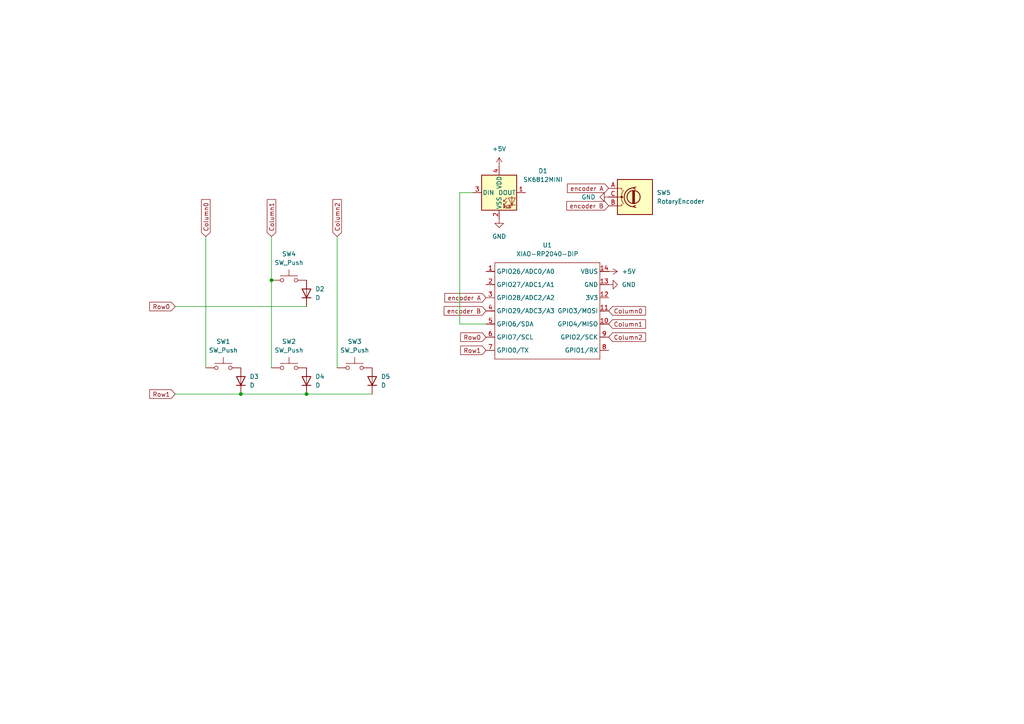
<source format=kicad_sch>
(kicad_sch
	(version 20231120)
	(generator "eeschema")
	(generator_version "8.0")
	(uuid "ee7102a7-acc3-4d1f-9747-71c697f5ba24")
	(paper "A4")
	(lib_symbols
		(symbol "Device:D"
			(pin_numbers hide)
			(pin_names
				(offset 1.016) hide)
			(exclude_from_sim no)
			(in_bom yes)
			(on_board yes)
			(property "Reference" "D"
				(at 0 2.54 0)
				(effects
					(font
						(size 1.27 1.27)
					)
				)
			)
			(property "Value" "D"
				(at 0 -2.54 0)
				(effects
					(font
						(size 1.27 1.27)
					)
				)
			)
			(property "Footprint" ""
				(at 0 0 0)
				(effects
					(font
						(size 1.27 1.27)
					)
					(hide yes)
				)
			)
			(property "Datasheet" "~"
				(at 0 0 0)
				(effects
					(font
						(size 1.27 1.27)
					)
					(hide yes)
				)
			)
			(property "Description" "Diode"
				(at 0 0 0)
				(effects
					(font
						(size 1.27 1.27)
					)
					(hide yes)
				)
			)
			(property "Sim.Device" "D"
				(at 0 0 0)
				(effects
					(font
						(size 1.27 1.27)
					)
					(hide yes)
				)
			)
			(property "Sim.Pins" "1=K 2=A"
				(at 0 0 0)
				(effects
					(font
						(size 1.27 1.27)
					)
					(hide yes)
				)
			)
			(property "ki_keywords" "diode"
				(at 0 0 0)
				(effects
					(font
						(size 1.27 1.27)
					)
					(hide yes)
				)
			)
			(property "ki_fp_filters" "TO-???* *_Diode_* *SingleDiode* D_*"
				(at 0 0 0)
				(effects
					(font
						(size 1.27 1.27)
					)
					(hide yes)
				)
			)
			(symbol "D_0_1"
				(polyline
					(pts
						(xy -1.27 1.27) (xy -1.27 -1.27)
					)
					(stroke
						(width 0.254)
						(type default)
					)
					(fill
						(type none)
					)
				)
				(polyline
					(pts
						(xy 1.27 0) (xy -1.27 0)
					)
					(stroke
						(width 0)
						(type default)
					)
					(fill
						(type none)
					)
				)
				(polyline
					(pts
						(xy 1.27 1.27) (xy 1.27 -1.27) (xy -1.27 0) (xy 1.27 1.27)
					)
					(stroke
						(width 0.254)
						(type default)
					)
					(fill
						(type none)
					)
				)
			)
			(symbol "D_1_1"
				(pin passive line
					(at -3.81 0 0)
					(length 2.54)
					(name "K"
						(effects
							(font
								(size 1.27 1.27)
							)
						)
					)
					(number "1"
						(effects
							(font
								(size 1.27 1.27)
							)
						)
					)
				)
				(pin passive line
					(at 3.81 0 180)
					(length 2.54)
					(name "A"
						(effects
							(font
								(size 1.27 1.27)
							)
						)
					)
					(number "2"
						(effects
							(font
								(size 1.27 1.27)
							)
						)
					)
				)
			)
		)
		(symbol "Device:RotaryEncoder"
			(pin_names
				(offset 0.254) hide)
			(exclude_from_sim no)
			(in_bom yes)
			(on_board yes)
			(property "Reference" "SW"
				(at 0 6.604 0)
				(effects
					(font
						(size 1.27 1.27)
					)
				)
			)
			(property "Value" "RotaryEncoder"
				(at 0 -6.604 0)
				(effects
					(font
						(size 1.27 1.27)
					)
				)
			)
			(property "Footprint" ""
				(at -3.81 4.064 0)
				(effects
					(font
						(size 1.27 1.27)
					)
					(hide yes)
				)
			)
			(property "Datasheet" "~"
				(at 0 6.604 0)
				(effects
					(font
						(size 1.27 1.27)
					)
					(hide yes)
				)
			)
			(property "Description" "Rotary encoder, dual channel, incremental quadrate outputs"
				(at 0 0 0)
				(effects
					(font
						(size 1.27 1.27)
					)
					(hide yes)
				)
			)
			(property "ki_keywords" "rotary switch encoder"
				(at 0 0 0)
				(effects
					(font
						(size 1.27 1.27)
					)
					(hide yes)
				)
			)
			(property "ki_fp_filters" "RotaryEncoder*"
				(at 0 0 0)
				(effects
					(font
						(size 1.27 1.27)
					)
					(hide yes)
				)
			)
			(symbol "RotaryEncoder_0_1"
				(rectangle
					(start -5.08 5.08)
					(end 5.08 -5.08)
					(stroke
						(width 0.254)
						(type default)
					)
					(fill
						(type background)
					)
				)
				(circle
					(center -3.81 0)
					(radius 0.254)
					(stroke
						(width 0)
						(type default)
					)
					(fill
						(type outline)
					)
				)
				(circle
					(center -0.381 0)
					(radius 1.905)
					(stroke
						(width 0.254)
						(type default)
					)
					(fill
						(type none)
					)
				)
				(arc
					(start -0.381 2.667)
					(mid -3.0988 -0.0635)
					(end -0.381 -2.794)
					(stroke
						(width 0.254)
						(type default)
					)
					(fill
						(type none)
					)
				)
				(polyline
					(pts
						(xy -0.635 -1.778) (xy -0.635 1.778)
					)
					(stroke
						(width 0.254)
						(type default)
					)
					(fill
						(type none)
					)
				)
				(polyline
					(pts
						(xy -0.381 -1.778) (xy -0.381 1.778)
					)
					(stroke
						(width 0.254)
						(type default)
					)
					(fill
						(type none)
					)
				)
				(polyline
					(pts
						(xy -0.127 1.778) (xy -0.127 -1.778)
					)
					(stroke
						(width 0.254)
						(type default)
					)
					(fill
						(type none)
					)
				)
				(polyline
					(pts
						(xy -5.08 -2.54) (xy -3.81 -2.54) (xy -3.81 -2.032)
					)
					(stroke
						(width 0)
						(type default)
					)
					(fill
						(type none)
					)
				)
				(polyline
					(pts
						(xy -5.08 2.54) (xy -3.81 2.54) (xy -3.81 2.032)
					)
					(stroke
						(width 0)
						(type default)
					)
					(fill
						(type none)
					)
				)
				(polyline
					(pts
						(xy 0.254 -3.048) (xy -0.508 -2.794) (xy 0.127 -2.413)
					)
					(stroke
						(width 0.254)
						(type default)
					)
					(fill
						(type none)
					)
				)
				(polyline
					(pts
						(xy 0.254 2.921) (xy -0.508 2.667) (xy 0.127 2.286)
					)
					(stroke
						(width 0.254)
						(type default)
					)
					(fill
						(type none)
					)
				)
				(polyline
					(pts
						(xy -5.08 0) (xy -3.81 0) (xy -3.81 -1.016) (xy -3.302 -2.032)
					)
					(stroke
						(width 0)
						(type default)
					)
					(fill
						(type none)
					)
				)
				(polyline
					(pts
						(xy -4.318 0) (xy -3.81 0) (xy -3.81 1.016) (xy -3.302 2.032)
					)
					(stroke
						(width 0)
						(type default)
					)
					(fill
						(type none)
					)
				)
			)
			(symbol "RotaryEncoder_1_1"
				(pin passive line
					(at -7.62 2.54 0)
					(length 2.54)
					(name "A"
						(effects
							(font
								(size 1.27 1.27)
							)
						)
					)
					(number "A"
						(effects
							(font
								(size 1.27 1.27)
							)
						)
					)
				)
				(pin passive line
					(at -7.62 -2.54 0)
					(length 2.54)
					(name "B"
						(effects
							(font
								(size 1.27 1.27)
							)
						)
					)
					(number "B"
						(effects
							(font
								(size 1.27 1.27)
							)
						)
					)
				)
				(pin passive line
					(at -7.62 0 0)
					(length 2.54)
					(name "C"
						(effects
							(font
								(size 1.27 1.27)
							)
						)
					)
					(number "C"
						(effects
							(font
								(size 1.27 1.27)
							)
						)
					)
				)
			)
		)
		(symbol "LED:SK6812MINI"
			(pin_names
				(offset 0.254)
			)
			(exclude_from_sim no)
			(in_bom yes)
			(on_board yes)
			(property "Reference" "D"
				(at 5.08 5.715 0)
				(effects
					(font
						(size 1.27 1.27)
					)
					(justify right bottom)
				)
			)
			(property "Value" "SK6812MINI"
				(at 1.27 -5.715 0)
				(effects
					(font
						(size 1.27 1.27)
					)
					(justify left top)
				)
			)
			(property "Footprint" "LED_SMD:LED_SK6812MINI_PLCC4_3.5x3.5mm_P1.75mm"
				(at 1.27 -7.62 0)
				(effects
					(font
						(size 1.27 1.27)
					)
					(justify left top)
					(hide yes)
				)
			)
			(property "Datasheet" "https://cdn-shop.adafruit.com/product-files/2686/SK6812MINI_REV.01-1-2.pdf"
				(at 2.54 -9.525 0)
				(effects
					(font
						(size 1.27 1.27)
					)
					(justify left top)
					(hide yes)
				)
			)
			(property "Description" "RGB LED with integrated controller"
				(at 0 0 0)
				(effects
					(font
						(size 1.27 1.27)
					)
					(hide yes)
				)
			)
			(property "ki_keywords" "RGB LED NeoPixel Mini addressable"
				(at 0 0 0)
				(effects
					(font
						(size 1.27 1.27)
					)
					(hide yes)
				)
			)
			(property "ki_fp_filters" "LED*SK6812MINI*PLCC*3.5x3.5mm*P1.75mm*"
				(at 0 0 0)
				(effects
					(font
						(size 1.27 1.27)
					)
					(hide yes)
				)
			)
			(symbol "SK6812MINI_0_0"
				(text "RGB"
					(at 2.286 -4.191 0)
					(effects
						(font
							(size 0.762 0.762)
						)
					)
				)
			)
			(symbol "SK6812MINI_0_1"
				(polyline
					(pts
						(xy 1.27 -3.556) (xy 1.778 -3.556)
					)
					(stroke
						(width 0)
						(type default)
					)
					(fill
						(type none)
					)
				)
				(polyline
					(pts
						(xy 1.27 -2.54) (xy 1.778 -2.54)
					)
					(stroke
						(width 0)
						(type default)
					)
					(fill
						(type none)
					)
				)
				(polyline
					(pts
						(xy 4.699 -3.556) (xy 2.667 -3.556)
					)
					(stroke
						(width 0)
						(type default)
					)
					(fill
						(type none)
					)
				)
				(polyline
					(pts
						(xy 2.286 -2.54) (xy 1.27 -3.556) (xy 1.27 -3.048)
					)
					(stroke
						(width 0)
						(type default)
					)
					(fill
						(type none)
					)
				)
				(polyline
					(pts
						(xy 2.286 -1.524) (xy 1.27 -2.54) (xy 1.27 -2.032)
					)
					(stroke
						(width 0)
						(type default)
					)
					(fill
						(type none)
					)
				)
				(polyline
					(pts
						(xy 3.683 -1.016) (xy 3.683 -3.556) (xy 3.683 -4.064)
					)
					(stroke
						(width 0)
						(type default)
					)
					(fill
						(type none)
					)
				)
				(polyline
					(pts
						(xy 4.699 -1.524) (xy 2.667 -1.524) (xy 3.683 -3.556) (xy 4.699 -1.524)
					)
					(stroke
						(width 0)
						(type default)
					)
					(fill
						(type none)
					)
				)
				(rectangle
					(start 5.08 5.08)
					(end -5.08 -5.08)
					(stroke
						(width 0.254)
						(type default)
					)
					(fill
						(type background)
					)
				)
			)
			(symbol "SK6812MINI_1_1"
				(pin output line
					(at 7.62 0 180)
					(length 2.54)
					(name "DOUT"
						(effects
							(font
								(size 1.27 1.27)
							)
						)
					)
					(number "1"
						(effects
							(font
								(size 1.27 1.27)
							)
						)
					)
				)
				(pin power_in line
					(at 0 -7.62 90)
					(length 2.54)
					(name "VSS"
						(effects
							(font
								(size 1.27 1.27)
							)
						)
					)
					(number "2"
						(effects
							(font
								(size 1.27 1.27)
							)
						)
					)
				)
				(pin input line
					(at -7.62 0 0)
					(length 2.54)
					(name "DIN"
						(effects
							(font
								(size 1.27 1.27)
							)
						)
					)
					(number "3"
						(effects
							(font
								(size 1.27 1.27)
							)
						)
					)
				)
				(pin power_in line
					(at 0 7.62 270)
					(length 2.54)
					(name "VDD"
						(effects
							(font
								(size 1.27 1.27)
							)
						)
					)
					(number "4"
						(effects
							(font
								(size 1.27 1.27)
							)
						)
					)
				)
			)
		)
		(symbol "OPL:XIAO-RP2040-DIP"
			(exclude_from_sim no)
			(in_bom yes)
			(on_board yes)
			(property "Reference" "U"
				(at 0 0 0)
				(effects
					(font
						(size 1.27 1.27)
					)
				)
			)
			(property "Value" "XIAO-RP2040-DIP"
				(at 5.334 -1.778 0)
				(effects
					(font
						(size 1.27 1.27)
					)
				)
			)
			(property "Footprint" "Module:MOUDLE14P-XIAO-DIP-SMD"
				(at 14.478 -32.258 0)
				(effects
					(font
						(size 1.27 1.27)
					)
					(hide yes)
				)
			)
			(property "Datasheet" ""
				(at 0 0 0)
				(effects
					(font
						(size 1.27 1.27)
					)
					(hide yes)
				)
			)
			(property "Description" ""
				(at 0 0 0)
				(effects
					(font
						(size 1.27 1.27)
					)
					(hide yes)
				)
			)
			(symbol "XIAO-RP2040-DIP_1_0"
				(polyline
					(pts
						(xy -1.27 -30.48) (xy -1.27 -16.51)
					)
					(stroke
						(width 0.1524)
						(type solid)
					)
					(fill
						(type none)
					)
				)
				(polyline
					(pts
						(xy -1.27 -27.94) (xy -2.54 -27.94)
					)
					(stroke
						(width 0.1524)
						(type solid)
					)
					(fill
						(type none)
					)
				)
				(polyline
					(pts
						(xy -1.27 -24.13) (xy -2.54 -24.13)
					)
					(stroke
						(width 0.1524)
						(type solid)
					)
					(fill
						(type none)
					)
				)
				(polyline
					(pts
						(xy -1.27 -20.32) (xy -2.54 -20.32)
					)
					(stroke
						(width 0.1524)
						(type solid)
					)
					(fill
						(type none)
					)
				)
				(polyline
					(pts
						(xy -1.27 -16.51) (xy -2.54 -16.51)
					)
					(stroke
						(width 0.1524)
						(type solid)
					)
					(fill
						(type none)
					)
				)
				(polyline
					(pts
						(xy -1.27 -16.51) (xy -1.27 -12.7)
					)
					(stroke
						(width 0.1524)
						(type solid)
					)
					(fill
						(type none)
					)
				)
				(polyline
					(pts
						(xy -1.27 -12.7) (xy -2.54 -12.7)
					)
					(stroke
						(width 0.1524)
						(type solid)
					)
					(fill
						(type none)
					)
				)
				(polyline
					(pts
						(xy -1.27 -12.7) (xy -1.27 -8.89)
					)
					(stroke
						(width 0.1524)
						(type solid)
					)
					(fill
						(type none)
					)
				)
				(polyline
					(pts
						(xy -1.27 -8.89) (xy -2.54 -8.89)
					)
					(stroke
						(width 0.1524)
						(type solid)
					)
					(fill
						(type none)
					)
				)
				(polyline
					(pts
						(xy -1.27 -8.89) (xy -1.27 -5.08)
					)
					(stroke
						(width 0.1524)
						(type solid)
					)
					(fill
						(type none)
					)
				)
				(polyline
					(pts
						(xy -1.27 -5.08) (xy -2.54 -5.08)
					)
					(stroke
						(width 0.1524)
						(type solid)
					)
					(fill
						(type none)
					)
				)
				(polyline
					(pts
						(xy -1.27 -5.08) (xy -1.27 -2.54)
					)
					(stroke
						(width 0.1524)
						(type solid)
					)
					(fill
						(type none)
					)
				)
				(polyline
					(pts
						(xy -1.27 -2.54) (xy 29.21 -2.54)
					)
					(stroke
						(width 0.1524)
						(type solid)
					)
					(fill
						(type none)
					)
				)
				(polyline
					(pts
						(xy 29.21 -30.48) (xy -1.27 -30.48)
					)
					(stroke
						(width 0.1524)
						(type solid)
					)
					(fill
						(type none)
					)
				)
				(polyline
					(pts
						(xy 29.21 -12.7) (xy 29.21 -30.48)
					)
					(stroke
						(width 0.1524)
						(type solid)
					)
					(fill
						(type none)
					)
				)
				(polyline
					(pts
						(xy 29.21 -8.89) (xy 29.21 -12.7)
					)
					(stroke
						(width 0.1524)
						(type solid)
					)
					(fill
						(type none)
					)
				)
				(polyline
					(pts
						(xy 29.21 -5.08) (xy 29.21 -8.89)
					)
					(stroke
						(width 0.1524)
						(type solid)
					)
					(fill
						(type none)
					)
				)
				(polyline
					(pts
						(xy 29.21 -2.54) (xy 29.21 -5.08)
					)
					(stroke
						(width 0.1524)
						(type solid)
					)
					(fill
						(type none)
					)
				)
				(polyline
					(pts
						(xy 30.48 -27.94) (xy 29.21 -27.94)
					)
					(stroke
						(width 0.1524)
						(type solid)
					)
					(fill
						(type none)
					)
				)
				(polyline
					(pts
						(xy 30.48 -24.13) (xy 29.21 -24.13)
					)
					(stroke
						(width 0.1524)
						(type solid)
					)
					(fill
						(type none)
					)
				)
				(polyline
					(pts
						(xy 30.48 -20.32) (xy 29.21 -20.32)
					)
					(stroke
						(width 0.1524)
						(type solid)
					)
					(fill
						(type none)
					)
				)
				(polyline
					(pts
						(xy 30.48 -16.51) (xy 29.21 -16.51)
					)
					(stroke
						(width 0.1524)
						(type solid)
					)
					(fill
						(type none)
					)
				)
				(polyline
					(pts
						(xy 30.48 -12.7) (xy 29.21 -12.7)
					)
					(stroke
						(width 0.1524)
						(type solid)
					)
					(fill
						(type none)
					)
				)
				(polyline
					(pts
						(xy 30.48 -8.89) (xy 29.21 -8.89)
					)
					(stroke
						(width 0.1524)
						(type solid)
					)
					(fill
						(type none)
					)
				)
				(polyline
					(pts
						(xy 30.48 -5.08) (xy 29.21 -5.08)
					)
					(stroke
						(width 0.1524)
						(type solid)
					)
					(fill
						(type none)
					)
				)
				(pin passive line
					(at -3.81 -5.08 0)
					(length 2.54)
					(name "GPIO26/ADC0/A0"
						(effects
							(font
								(size 1.27 1.27)
							)
						)
					)
					(number "1"
						(effects
							(font
								(size 1.27 1.27)
							)
						)
					)
				)
				(pin passive line
					(at 31.75 -20.32 180)
					(length 2.54)
					(name "GPIO4/MISO"
						(effects
							(font
								(size 1.27 1.27)
							)
						)
					)
					(number "10"
						(effects
							(font
								(size 1.27 1.27)
							)
						)
					)
				)
				(pin passive line
					(at 31.75 -16.51 180)
					(length 2.54)
					(name "GPIO3/MOSI"
						(effects
							(font
								(size 1.27 1.27)
							)
						)
					)
					(number "11"
						(effects
							(font
								(size 1.27 1.27)
							)
						)
					)
				)
				(pin passive line
					(at 31.75 -12.7 180)
					(length 2.54)
					(name "3V3"
						(effects
							(font
								(size 1.27 1.27)
							)
						)
					)
					(number "12"
						(effects
							(font
								(size 1.27 1.27)
							)
						)
					)
				)
				(pin passive line
					(at 31.75 -8.89 180)
					(length 2.54)
					(name "GND"
						(effects
							(font
								(size 1.27 1.27)
							)
						)
					)
					(number "13"
						(effects
							(font
								(size 1.27 1.27)
							)
						)
					)
				)
				(pin passive line
					(at 31.75 -5.08 180)
					(length 2.54)
					(name "VBUS"
						(effects
							(font
								(size 1.27 1.27)
							)
						)
					)
					(number "14"
						(effects
							(font
								(size 1.27 1.27)
							)
						)
					)
				)
				(pin passive line
					(at -3.81 -8.89 0)
					(length 2.54)
					(name "GPIO27/ADC1/A1"
						(effects
							(font
								(size 1.27 1.27)
							)
						)
					)
					(number "2"
						(effects
							(font
								(size 1.27 1.27)
							)
						)
					)
				)
				(pin passive line
					(at -3.81 -12.7 0)
					(length 2.54)
					(name "GPIO28/ADC2/A2"
						(effects
							(font
								(size 1.27 1.27)
							)
						)
					)
					(number "3"
						(effects
							(font
								(size 1.27 1.27)
							)
						)
					)
				)
				(pin passive line
					(at -3.81 -16.51 0)
					(length 2.54)
					(name "GPIO29/ADC3/A3"
						(effects
							(font
								(size 1.27 1.27)
							)
						)
					)
					(number "4"
						(effects
							(font
								(size 1.27 1.27)
							)
						)
					)
				)
				(pin passive line
					(at -3.81 -20.32 0)
					(length 2.54)
					(name "GPIO6/SDA"
						(effects
							(font
								(size 1.27 1.27)
							)
						)
					)
					(number "5"
						(effects
							(font
								(size 1.27 1.27)
							)
						)
					)
				)
				(pin passive line
					(at -3.81 -24.13 0)
					(length 2.54)
					(name "GPIO7/SCL"
						(effects
							(font
								(size 1.27 1.27)
							)
						)
					)
					(number "6"
						(effects
							(font
								(size 1.27 1.27)
							)
						)
					)
				)
				(pin passive line
					(at -3.81 -27.94 0)
					(length 2.54)
					(name "GPIO0/TX"
						(effects
							(font
								(size 1.27 1.27)
							)
						)
					)
					(number "7"
						(effects
							(font
								(size 1.27 1.27)
							)
						)
					)
				)
				(pin passive line
					(at 31.75 -27.94 180)
					(length 2.54)
					(name "GPIO1/RX"
						(effects
							(font
								(size 1.27 1.27)
							)
						)
					)
					(number "8"
						(effects
							(font
								(size 1.27 1.27)
							)
						)
					)
				)
				(pin passive line
					(at 31.75 -24.13 180)
					(length 2.54)
					(name "GPIO2/SCK"
						(effects
							(font
								(size 1.27 1.27)
							)
						)
					)
					(number "9"
						(effects
							(font
								(size 1.27 1.27)
							)
						)
					)
				)
			)
		)
		(symbol "Switch:SW_Push"
			(pin_numbers hide)
			(pin_names
				(offset 1.016) hide)
			(exclude_from_sim no)
			(in_bom yes)
			(on_board yes)
			(property "Reference" "SW"
				(at 1.27 2.54 0)
				(effects
					(font
						(size 1.27 1.27)
					)
					(justify left)
				)
			)
			(property "Value" "SW_Push"
				(at 0 -1.524 0)
				(effects
					(font
						(size 1.27 1.27)
					)
				)
			)
			(property "Footprint" ""
				(at 0 5.08 0)
				(effects
					(font
						(size 1.27 1.27)
					)
					(hide yes)
				)
			)
			(property "Datasheet" "~"
				(at 0 5.08 0)
				(effects
					(font
						(size 1.27 1.27)
					)
					(hide yes)
				)
			)
			(property "Description" "Push button switch, generic, two pins"
				(at 0 0 0)
				(effects
					(font
						(size 1.27 1.27)
					)
					(hide yes)
				)
			)
			(property "ki_keywords" "switch normally-open pushbutton push-button"
				(at 0 0 0)
				(effects
					(font
						(size 1.27 1.27)
					)
					(hide yes)
				)
			)
			(symbol "SW_Push_0_1"
				(circle
					(center -2.032 0)
					(radius 0.508)
					(stroke
						(width 0)
						(type default)
					)
					(fill
						(type none)
					)
				)
				(polyline
					(pts
						(xy 0 1.27) (xy 0 3.048)
					)
					(stroke
						(width 0)
						(type default)
					)
					(fill
						(type none)
					)
				)
				(polyline
					(pts
						(xy 2.54 1.27) (xy -2.54 1.27)
					)
					(stroke
						(width 0)
						(type default)
					)
					(fill
						(type none)
					)
				)
				(circle
					(center 2.032 0)
					(radius 0.508)
					(stroke
						(width 0)
						(type default)
					)
					(fill
						(type none)
					)
				)
				(pin passive line
					(at -5.08 0 0)
					(length 2.54)
					(name "1"
						(effects
							(font
								(size 1.27 1.27)
							)
						)
					)
					(number "1"
						(effects
							(font
								(size 1.27 1.27)
							)
						)
					)
				)
				(pin passive line
					(at 5.08 0 180)
					(length 2.54)
					(name "2"
						(effects
							(font
								(size 1.27 1.27)
							)
						)
					)
					(number "2"
						(effects
							(font
								(size 1.27 1.27)
							)
						)
					)
				)
			)
		)
		(symbol "power:+5V"
			(power)
			(pin_numbers hide)
			(pin_names
				(offset 0) hide)
			(exclude_from_sim no)
			(in_bom yes)
			(on_board yes)
			(property "Reference" "#PWR"
				(at 0 -3.81 0)
				(effects
					(font
						(size 1.27 1.27)
					)
					(hide yes)
				)
			)
			(property "Value" "+5V"
				(at 0 3.556 0)
				(effects
					(font
						(size 1.27 1.27)
					)
				)
			)
			(property "Footprint" ""
				(at 0 0 0)
				(effects
					(font
						(size 1.27 1.27)
					)
					(hide yes)
				)
			)
			(property "Datasheet" ""
				(at 0 0 0)
				(effects
					(font
						(size 1.27 1.27)
					)
					(hide yes)
				)
			)
			(property "Description" "Power symbol creates a global label with name \"+5V\""
				(at 0 0 0)
				(effects
					(font
						(size 1.27 1.27)
					)
					(hide yes)
				)
			)
			(property "ki_keywords" "global power"
				(at 0 0 0)
				(effects
					(font
						(size 1.27 1.27)
					)
					(hide yes)
				)
			)
			(symbol "+5V_0_1"
				(polyline
					(pts
						(xy -0.762 1.27) (xy 0 2.54)
					)
					(stroke
						(width 0)
						(type default)
					)
					(fill
						(type none)
					)
				)
				(polyline
					(pts
						(xy 0 0) (xy 0 2.54)
					)
					(stroke
						(width 0)
						(type default)
					)
					(fill
						(type none)
					)
				)
				(polyline
					(pts
						(xy 0 2.54) (xy 0.762 1.27)
					)
					(stroke
						(width 0)
						(type default)
					)
					(fill
						(type none)
					)
				)
			)
			(symbol "+5V_1_1"
				(pin power_in line
					(at 0 0 90)
					(length 0)
					(name "~"
						(effects
							(font
								(size 1.27 1.27)
							)
						)
					)
					(number "1"
						(effects
							(font
								(size 1.27 1.27)
							)
						)
					)
				)
			)
		)
		(symbol "power:GND"
			(power)
			(pin_numbers hide)
			(pin_names
				(offset 0) hide)
			(exclude_from_sim no)
			(in_bom yes)
			(on_board yes)
			(property "Reference" "#PWR"
				(at 0 -6.35 0)
				(effects
					(font
						(size 1.27 1.27)
					)
					(hide yes)
				)
			)
			(property "Value" "GND"
				(at 0 -3.81 0)
				(effects
					(font
						(size 1.27 1.27)
					)
				)
			)
			(property "Footprint" ""
				(at 0 0 0)
				(effects
					(font
						(size 1.27 1.27)
					)
					(hide yes)
				)
			)
			(property "Datasheet" ""
				(at 0 0 0)
				(effects
					(font
						(size 1.27 1.27)
					)
					(hide yes)
				)
			)
			(property "Description" "Power symbol creates a global label with name \"GND\" , ground"
				(at 0 0 0)
				(effects
					(font
						(size 1.27 1.27)
					)
					(hide yes)
				)
			)
			(property "ki_keywords" "global power"
				(at 0 0 0)
				(effects
					(font
						(size 1.27 1.27)
					)
					(hide yes)
				)
			)
			(symbol "GND_0_1"
				(polyline
					(pts
						(xy 0 0) (xy 0 -1.27) (xy 1.27 -1.27) (xy 0 -2.54) (xy -1.27 -1.27) (xy 0 -1.27)
					)
					(stroke
						(width 0)
						(type default)
					)
					(fill
						(type none)
					)
				)
			)
			(symbol "GND_1_1"
				(pin power_in line
					(at 0 0 270)
					(length 0)
					(name "~"
						(effects
							(font
								(size 1.27 1.27)
							)
						)
					)
					(number "1"
						(effects
							(font
								(size 1.27 1.27)
							)
						)
					)
				)
			)
		)
	)
	(junction
		(at 78.74 81.28)
		(diameter 0)
		(color 0 0 0 0)
		(uuid "28c31a02-7310-4611-be41-c4629ca7ba12")
	)
	(junction
		(at 88.9 114.3)
		(diameter 0)
		(color 0 0 0 0)
		(uuid "69e0be0d-83e7-4340-8210-db2060dc0b87")
	)
	(junction
		(at 69.85 114.3)
		(diameter 0)
		(color 0 0 0 0)
		(uuid "8f9400a4-c0c6-48c5-937d-abd30c6ce1f9")
	)
	(wire
		(pts
			(xy 50.8 88.9) (xy 88.9 88.9)
		)
		(stroke
			(width 0)
			(type default)
		)
		(uuid "153d1931-992a-428e-a9ca-9416ad401d95")
	)
	(wire
		(pts
			(xy 59.69 68.58) (xy 59.69 106.68)
		)
		(stroke
			(width 0)
			(type default)
		)
		(uuid "28cc6e5e-3bbd-44b9-b928-f8a9d067aa64")
	)
	(wire
		(pts
			(xy 133.35 93.98) (xy 140.97 93.98)
		)
		(stroke
			(width 0)
			(type default)
		)
		(uuid "3104add0-1981-4a72-81d9-330379136065")
	)
	(wire
		(pts
			(xy 50.8 114.3) (xy 69.85 114.3)
		)
		(stroke
			(width 0)
			(type default)
		)
		(uuid "7ad3763f-c5e7-4abf-81f8-12c8ca17dc4b")
	)
	(wire
		(pts
			(xy 88.9 114.3) (xy 107.95 114.3)
		)
		(stroke
			(width 0)
			(type default)
		)
		(uuid "93f2976a-e431-4914-bada-ab1653566d0a")
	)
	(wire
		(pts
			(xy 69.85 114.3) (xy 88.9 114.3)
		)
		(stroke
			(width 0)
			(type default)
		)
		(uuid "95f061c2-f66a-4864-a7c7-f7166230f0ac")
	)
	(wire
		(pts
			(xy 78.74 81.28) (xy 78.74 106.68)
		)
		(stroke
			(width 0)
			(type default)
		)
		(uuid "acf6f683-92ad-4d14-b159-71bf7329b6f4")
	)
	(wire
		(pts
			(xy 137.16 55.88) (xy 133.35 55.88)
		)
		(stroke
			(width 0)
			(type default)
		)
		(uuid "c84f23e3-a98c-4fbf-8c0f-95ebbb01af72")
	)
	(wire
		(pts
			(xy 97.79 68.58) (xy 97.79 106.68)
		)
		(stroke
			(width 0)
			(type default)
		)
		(uuid "d9944166-a4d7-42e2-8465-e3712c96b7b8")
	)
	(wire
		(pts
			(xy 78.74 68.58) (xy 78.74 81.28)
		)
		(stroke
			(width 0)
			(type default)
		)
		(uuid "ef86e7b8-ebcc-4f60-b53a-24777c82e54e")
	)
	(wire
		(pts
			(xy 133.35 55.88) (xy 133.35 93.98)
		)
		(stroke
			(width 0)
			(type default)
		)
		(uuid "f968eb42-b5af-4191-9405-5f090f369c35")
	)
	(global_label "Column2"
		(shape input)
		(at 176.53 97.79 0)
		(fields_autoplaced yes)
		(effects
			(font
				(size 1.27 1.27)
			)
			(justify left)
		)
		(uuid "01632fe7-675d-4316-bcfa-3f191defbeae")
		(property "Intersheetrefs" "${INTERSHEET_REFS}"
			(at 187.8002 97.79 0)
			(effects
				(font
					(size 1.27 1.27)
				)
				(justify left)
				(hide yes)
			)
		)
	)
	(global_label "Column0"
		(shape input)
		(at 59.69 68.58 90)
		(fields_autoplaced yes)
		(effects
			(font
				(size 1.27 1.27)
			)
			(justify left)
		)
		(uuid "1bee8952-fb33-42ae-ac47-d128be4c90e6")
		(property "Intersheetrefs" "${INTERSHEET_REFS}"
			(at 59.69 57.3098 90)
			(effects
				(font
					(size 1.27 1.27)
				)
				(justify left)
				(hide yes)
			)
		)
	)
	(global_label "Row1"
		(shape input)
		(at 140.97 101.6 180)
		(fields_autoplaced yes)
		(effects
			(font
				(size 1.27 1.27)
			)
			(justify right)
		)
		(uuid "3497d055-e9df-4aba-947c-f32c1e5a48d4")
		(property "Intersheetrefs" "${INTERSHEET_REFS}"
			(at 133.0258 101.6 0)
			(effects
				(font
					(size 1.27 1.27)
				)
				(justify right)
				(hide yes)
			)
		)
	)
	(global_label "Column1"
		(shape input)
		(at 78.74 68.58 90)
		(fields_autoplaced yes)
		(effects
			(font
				(size 1.27 1.27)
			)
			(justify left)
		)
		(uuid "3ef6c284-ef62-4753-8a1f-4832eed9d58d")
		(property "Intersheetrefs" "${INTERSHEET_REFS}"
			(at 78.74 57.3098 90)
			(effects
				(font
					(size 1.27 1.27)
				)
				(justify left)
				(hide yes)
			)
		)
	)
	(global_label "Row0"
		(shape input)
		(at 50.8 88.9 180)
		(fields_autoplaced yes)
		(effects
			(font
				(size 1.27 1.27)
			)
			(justify right)
		)
		(uuid "4efb8cd2-9298-466f-9877-b6a083825c81")
		(property "Intersheetrefs" "${INTERSHEET_REFS}"
			(at 42.8558 88.9 0)
			(effects
				(font
					(size 1.27 1.27)
				)
				(justify right)
				(hide yes)
			)
		)
	)
	(global_label "encoder A"
		(shape input)
		(at 176.53 54.61 180)
		(fields_autoplaced yes)
		(effects
			(font
				(size 1.27 1.27)
			)
			(justify right)
		)
		(uuid "5a3ab5ba-2e78-4ac0-9711-68616c3361fe")
		(property "Intersheetrefs" "${INTERSHEET_REFS}"
			(at 163.9896 54.61 0)
			(effects
				(font
					(size 1.27 1.27)
				)
				(justify right)
				(hide yes)
			)
		)
	)
	(global_label "encoder B"
		(shape input)
		(at 176.53 59.69 180)
		(fields_autoplaced yes)
		(effects
			(font
				(size 1.27 1.27)
			)
			(justify right)
		)
		(uuid "6d0ab817-37fd-45d8-95f6-11ad73f130e5")
		(property "Intersheetrefs" "${INTERSHEET_REFS}"
			(at 163.8082 59.69 0)
			(effects
				(font
					(size 1.27 1.27)
				)
				(justify right)
				(hide yes)
			)
		)
	)
	(global_label "Column2"
		(shape input)
		(at 97.79 68.58 90)
		(fields_autoplaced yes)
		(effects
			(font
				(size 1.27 1.27)
			)
			(justify left)
		)
		(uuid "6de3373a-3b50-48b2-b5f1-cbf084387a5c")
		(property "Intersheetrefs" "${INTERSHEET_REFS}"
			(at 97.79 57.3098 90)
			(effects
				(font
					(size 1.27 1.27)
				)
				(justify left)
				(hide yes)
			)
		)
	)
	(global_label "encoder A"
		(shape input)
		(at 140.97 86.36 180)
		(fields_autoplaced yes)
		(effects
			(font
				(size 1.27 1.27)
			)
			(justify right)
		)
		(uuid "c2cec440-ee7a-4650-a092-f3be3b3e8367")
		(property "Intersheetrefs" "${INTERSHEET_REFS}"
			(at 128.4296 86.36 0)
			(effects
				(font
					(size 1.27 1.27)
				)
				(justify right)
				(hide yes)
			)
		)
	)
	(global_label "Column1"
		(shape input)
		(at 176.53 93.98 0)
		(fields_autoplaced yes)
		(effects
			(font
				(size 1.27 1.27)
			)
			(justify left)
		)
		(uuid "d87cdc4d-9a6c-4fb9-9d43-f88984aa8b81")
		(property "Intersheetrefs" "${INTERSHEET_REFS}"
			(at 187.8002 93.98 0)
			(effects
				(font
					(size 1.27 1.27)
				)
				(justify left)
				(hide yes)
			)
		)
	)
	(global_label "Row1"
		(shape input)
		(at 50.8 114.3 180)
		(fields_autoplaced yes)
		(effects
			(font
				(size 1.27 1.27)
			)
			(justify right)
		)
		(uuid "dbd92b98-28c9-4aa2-be6a-b5cdfd06231a")
		(property "Intersheetrefs" "${INTERSHEET_REFS}"
			(at 42.8558 114.3 0)
			(effects
				(font
					(size 1.27 1.27)
				)
				(justify right)
				(hide yes)
			)
		)
	)
	(global_label "Row0"
		(shape input)
		(at 140.97 97.79 180)
		(fields_autoplaced yes)
		(effects
			(font
				(size 1.27 1.27)
			)
			(justify right)
		)
		(uuid "e036bf6e-65c4-4086-8f6b-e54fca4f96d6")
		(property "Intersheetrefs" "${INTERSHEET_REFS}"
			(at 133.0258 97.79 0)
			(effects
				(font
					(size 1.27 1.27)
				)
				(justify right)
				(hide yes)
			)
		)
	)
	(global_label "encoder B"
		(shape input)
		(at 140.97 90.17 180)
		(fields_autoplaced yes)
		(effects
			(font
				(size 1.27 1.27)
			)
			(justify right)
		)
		(uuid "fccee015-bb7f-46f5-b6ba-d5a7c437acc2")
		(property "Intersheetrefs" "${INTERSHEET_REFS}"
			(at 128.2482 90.17 0)
			(effects
				(font
					(size 1.27 1.27)
				)
				(justify right)
				(hide yes)
			)
		)
	)
	(global_label "Column0"
		(shape input)
		(at 176.53 90.17 0)
		(fields_autoplaced yes)
		(effects
			(font
				(size 1.27 1.27)
			)
			(justify left)
		)
		(uuid "ff896563-f13f-4059-9137-bbd14039c8c1")
		(property "Intersheetrefs" "${INTERSHEET_REFS}"
			(at 187.8002 90.17 0)
			(effects
				(font
					(size 1.27 1.27)
				)
				(justify left)
				(hide yes)
			)
		)
	)
	(symbol
		(lib_id "OPL:XIAO-RP2040-DIP")
		(at 144.78 73.66 0)
		(unit 1)
		(exclude_from_sim no)
		(in_bom yes)
		(on_board yes)
		(dnp no)
		(fields_autoplaced yes)
		(uuid "1f6d2070-1ed8-4e24-8a1e-d81c3f4cf73a")
		(property "Reference" "U1"
			(at 158.75 71.12 0)
			(effects
				(font
					(size 1.27 1.27)
				)
			)
		)
		(property "Value" "XIAO-RP2040-DIP"
			(at 158.75 73.66 0)
			(effects
				(font
					(size 1.27 1.27)
				)
			)
		)
		(property "Footprint" "OPL:XIAO-RP2040-DIP"
			(at 159.258 105.918 0)
			(effects
				(font
					(size 1.27 1.27)
				)
				(hide yes)
			)
		)
		(property "Datasheet" ""
			(at 144.78 73.66 0)
			(effects
				(font
					(size 1.27 1.27)
				)
				(hide yes)
			)
		)
		(property "Description" ""
			(at 144.78 73.66 0)
			(effects
				(font
					(size 1.27 1.27)
				)
				(hide yes)
			)
		)
		(pin "3"
			(uuid "39ef8cd1-5243-40d3-bbb7-dca6b3fc6a72")
		)
		(pin "5"
			(uuid "23939e00-662b-428b-9335-47c88d77ec21")
		)
		(pin "1"
			(uuid "cc60f43e-d25d-4170-83f8-965d8b152a8e")
		)
		(pin "11"
			(uuid "74bba3e9-a7df-4284-849d-761c71445e11")
		)
		(pin "2"
			(uuid "317e5d9b-6fbc-4b19-8628-b83ad49ccf16")
		)
		(pin "4"
			(uuid "ee58ec3f-6a93-4e9c-ba5d-73c56f113d2d")
		)
		(pin "6"
			(uuid "fa401cc9-6bd7-419d-afeb-78fdc1b29dae")
		)
		(pin "14"
			(uuid "a855987a-a103-46d7-856c-5a7d355d1a1b")
		)
		(pin "10"
			(uuid "76b0da6c-9217-481b-9b32-397b0f6973e1")
		)
		(pin "8"
			(uuid "64942b97-d7fe-4642-a800-5bd3b384000c")
		)
		(pin "7"
			(uuid "fa7fd233-e699-4cb1-a7fb-404a2b46a0cc")
		)
		(pin "12"
			(uuid "1f2c5803-d20d-4777-bddf-57f3dde2f4fc")
		)
		(pin "9"
			(uuid "6370bb2b-4c2d-4e00-89cb-268e3c55fe64")
		)
		(pin "13"
			(uuid "c546cdc0-25a9-417f-9de4-6969a4c4a5fc")
		)
		(instances
			(project ""
				(path "/ee7102a7-acc3-4d1f-9747-71c697f5ba24"
					(reference "U1")
					(unit 1)
				)
			)
		)
	)
	(symbol
		(lib_id "LED:SK6812MINI")
		(at 144.78 55.88 0)
		(unit 1)
		(exclude_from_sim no)
		(in_bom yes)
		(on_board yes)
		(dnp no)
		(fields_autoplaced yes)
		(uuid "27f2d303-c27d-471d-8b33-2022d9f7df6f")
		(property "Reference" "D1"
			(at 157.48 49.5614 0)
			(effects
				(font
					(size 1.27 1.27)
				)
			)
		)
		(property "Value" "SK6812MINI"
			(at 157.48 52.1014 0)
			(effects
				(font
					(size 1.27 1.27)
				)
			)
		)
		(property "Footprint" "LED_SMD:LED_SK6812MINI_PLCC4_3.5x3.5mm_P1.75mm"
			(at 146.05 63.5 0)
			(effects
				(font
					(size 1.27 1.27)
				)
				(justify left top)
				(hide yes)
			)
		)
		(property "Datasheet" "https://cdn-shop.adafruit.com/product-files/2686/SK6812MINI_REV.01-1-2.pdf"
			(at 147.32 65.405 0)
			(effects
				(font
					(size 1.27 1.27)
				)
				(justify left top)
				(hide yes)
			)
		)
		(property "Description" "RGB LED with integrated controller"
			(at 144.78 55.88 0)
			(effects
				(font
					(size 1.27 1.27)
				)
				(hide yes)
			)
		)
		(pin "3"
			(uuid "7bfe2adf-6580-47d1-aa0f-c33308256032")
		)
		(pin "4"
			(uuid "3d0d0246-1050-485a-85ca-849fc208240f")
		)
		(pin "2"
			(uuid "5a4e46b7-11b2-42d7-9805-7a54d266fcc6")
		)
		(pin "1"
			(uuid "1756f04d-12bd-441e-ba75-294a9f177014")
		)
		(instances
			(project ""
				(path "/ee7102a7-acc3-4d1f-9747-71c697f5ba24"
					(reference "D1")
					(unit 1)
				)
			)
		)
	)
	(symbol
		(lib_id "Device:D")
		(at 88.9 85.09 90)
		(unit 1)
		(exclude_from_sim no)
		(in_bom yes)
		(on_board yes)
		(dnp no)
		(fields_autoplaced yes)
		(uuid "2e533cc3-933d-48bf-b4d7-b3d725b64cfe")
		(property "Reference" "D2"
			(at 91.44 83.8199 90)
			(effects
				(font
					(size 1.27 1.27)
				)
				(justify right)
			)
		)
		(property "Value" "D"
			(at 91.44 86.3599 90)
			(effects
				(font
					(size 1.27 1.27)
				)
				(justify right)
			)
		)
		(property "Footprint" "Diode_THT:D_DO-35_SOD27_P7.62mm_Horizontal"
			(at 88.9 85.09 0)
			(effects
				(font
					(size 1.27 1.27)
				)
				(hide yes)
			)
		)
		(property "Datasheet" "~"
			(at 88.9 85.09 0)
			(effects
				(font
					(size 1.27 1.27)
				)
				(hide yes)
			)
		)
		(property "Description" "Diode"
			(at 88.9 85.09 0)
			(effects
				(font
					(size 1.27 1.27)
				)
				(hide yes)
			)
		)
		(property "Sim.Device" "D"
			(at 88.9 85.09 0)
			(effects
				(font
					(size 1.27 1.27)
				)
				(hide yes)
			)
		)
		(property "Sim.Pins" "1=K 2=A"
			(at 88.9 85.09 0)
			(effects
				(font
					(size 1.27 1.27)
				)
				(hide yes)
			)
		)
		(pin "2"
			(uuid "cc6f630c-a30a-4ab3-914c-9ad99758ac37")
		)
		(pin "1"
			(uuid "a031c9b3-5284-4b94-a7d4-aa2bdf46c87d")
		)
		(instances
			(project ""
				(path "/ee7102a7-acc3-4d1f-9747-71c697f5ba24"
					(reference "D2")
					(unit 1)
				)
			)
		)
	)
	(symbol
		(lib_id "Device:RotaryEncoder")
		(at 184.15 57.15 0)
		(unit 1)
		(exclude_from_sim no)
		(in_bom yes)
		(on_board yes)
		(dnp no)
		(fields_autoplaced yes)
		(uuid "34a251d0-fb8e-4187-bbf2-88e64a69b413")
		(property "Reference" "SW5"
			(at 190.5 55.8799 0)
			(effects
				(font
					(size 1.27 1.27)
				)
				(justify left)
			)
		)
		(property "Value" "RotaryEncoder"
			(at 190.5 58.4199 0)
			(effects
				(font
					(size 1.27 1.27)
				)
				(justify left)
			)
		)
		(property "Footprint" "Rotary_Encoder:RotaryEncoder_Alps_EC11E_Vertical_H20mm"
			(at 180.34 53.086 0)
			(effects
				(font
					(size 1.27 1.27)
				)
				(hide yes)
			)
		)
		(property "Datasheet" "~"
			(at 184.15 50.546 0)
			(effects
				(font
					(size 1.27 1.27)
				)
				(hide yes)
			)
		)
		(property "Description" "Rotary encoder, dual channel, incremental quadrate outputs"
			(at 184.15 57.15 0)
			(effects
				(font
					(size 1.27 1.27)
				)
				(hide yes)
			)
		)
		(pin "B"
			(uuid "90cab346-5f11-43f0-aa16-55845bd1d5dc")
		)
		(pin "C"
			(uuid "17a203bd-a400-4333-ada2-c28d8f8643e7")
		)
		(pin "A"
			(uuid "8acfa60e-925c-40a4-83ce-da1de7c3764f")
		)
		(instances
			(project ""
				(path "/ee7102a7-acc3-4d1f-9747-71c697f5ba24"
					(reference "SW5")
					(unit 1)
				)
			)
		)
	)
	(symbol
		(lib_id "power:GND")
		(at 176.53 82.55 90)
		(unit 1)
		(exclude_from_sim no)
		(in_bom yes)
		(on_board yes)
		(dnp no)
		(fields_autoplaced yes)
		(uuid "49e982c6-5b06-4374-9fd5-89284fccd7cb")
		(property "Reference" "#PWR03"
			(at 182.88 82.55 0)
			(effects
				(font
					(size 1.27 1.27)
				)
				(hide yes)
			)
		)
		(property "Value" "GND"
			(at 180.34 82.5499 90)
			(effects
				(font
					(size 1.27 1.27)
				)
				(justify right)
			)
		)
		(property "Footprint" ""
			(at 176.53 82.55 0)
			(effects
				(font
					(size 1.27 1.27)
				)
				(hide yes)
			)
		)
		(property "Datasheet" ""
			(at 176.53 82.55 0)
			(effects
				(font
					(size 1.27 1.27)
				)
				(hide yes)
			)
		)
		(property "Description" "Power symbol creates a global label with name \"GND\" , ground"
			(at 176.53 82.55 0)
			(effects
				(font
					(size 1.27 1.27)
				)
				(hide yes)
			)
		)
		(pin "1"
			(uuid "49de9606-0cb9-4012-b4e1-36c77e76c4e8")
		)
		(instances
			(project ""
				(path "/ee7102a7-acc3-4d1f-9747-71c697f5ba24"
					(reference "#PWR03")
					(unit 1)
				)
			)
		)
	)
	(symbol
		(lib_id "Device:D")
		(at 69.85 110.49 90)
		(unit 1)
		(exclude_from_sim no)
		(in_bom yes)
		(on_board yes)
		(dnp no)
		(fields_autoplaced yes)
		(uuid "81ea16dd-6671-4ed4-a8c8-ef1e982ac098")
		(property "Reference" "D3"
			(at 72.39 109.2199 90)
			(effects
				(font
					(size 1.27 1.27)
				)
				(justify right)
			)
		)
		(property "Value" "D"
			(at 72.39 111.7599 90)
			(effects
				(font
					(size 1.27 1.27)
				)
				(justify right)
			)
		)
		(property "Footprint" "Diode_THT:D_DO-35_SOD27_P7.62mm_Horizontal"
			(at 69.85 110.49 0)
			(effects
				(font
					(size 1.27 1.27)
				)
				(hide yes)
			)
		)
		(property "Datasheet" "~"
			(at 69.85 110.49 0)
			(effects
				(font
					(size 1.27 1.27)
				)
				(hide yes)
			)
		)
		(property "Description" "Diode"
			(at 69.85 110.49 0)
			(effects
				(font
					(size 1.27 1.27)
				)
				(hide yes)
			)
		)
		(property "Sim.Device" "D"
			(at 69.85 110.49 0)
			(effects
				(font
					(size 1.27 1.27)
				)
				(hide yes)
			)
		)
		(property "Sim.Pins" "1=K 2=A"
			(at 69.85 110.49 0)
			(effects
				(font
					(size 1.27 1.27)
				)
				(hide yes)
			)
		)
		(pin "2"
			(uuid "e59cefba-ed83-4ea8-ab38-372bc185f5bc")
		)
		(pin "1"
			(uuid "b7bd4961-487e-484b-a84b-01e49f4dec37")
		)
		(instances
			(project ""
				(path "/ee7102a7-acc3-4d1f-9747-71c697f5ba24"
					(reference "D3")
					(unit 1)
				)
			)
		)
	)
	(symbol
		(lib_id "power:GND")
		(at 176.53 57.15 270)
		(unit 1)
		(exclude_from_sim no)
		(in_bom yes)
		(on_board yes)
		(dnp no)
		(fields_autoplaced yes)
		(uuid "9cf7e338-910b-4328-9b80-1d7706d16d46")
		(property "Reference" "#PWR06"
			(at 170.18 57.15 0)
			(effects
				(font
					(size 1.27 1.27)
				)
				(hide yes)
			)
		)
		(property "Value" "GND"
			(at 172.72 57.1499 90)
			(effects
				(font
					(size 1.27 1.27)
				)
				(justify right)
			)
		)
		(property "Footprint" ""
			(at 176.53 57.15 0)
			(effects
				(font
					(size 1.27 1.27)
				)
				(hide yes)
			)
		)
		(property "Datasheet" ""
			(at 176.53 57.15 0)
			(effects
				(font
					(size 1.27 1.27)
				)
				(hide yes)
			)
		)
		(property "Description" "Power symbol creates a global label with name \"GND\" , ground"
			(at 176.53 57.15 0)
			(effects
				(font
					(size 1.27 1.27)
				)
				(hide yes)
			)
		)
		(pin "1"
			(uuid "8ed3e7e0-0232-4607-8358-aefde1ba83ef")
		)
		(instances
			(project ""
				(path "/ee7102a7-acc3-4d1f-9747-71c697f5ba24"
					(reference "#PWR06")
					(unit 1)
				)
			)
		)
	)
	(symbol
		(lib_id "power:+5V")
		(at 144.78 48.26 0)
		(unit 1)
		(exclude_from_sim no)
		(in_bom yes)
		(on_board yes)
		(dnp no)
		(fields_autoplaced yes)
		(uuid "9d5065e5-8719-45c9-9a22-3b67dd98958a")
		(property "Reference" "#PWR01"
			(at 144.78 52.07 0)
			(effects
				(font
					(size 1.27 1.27)
				)
				(hide yes)
			)
		)
		(property "Value" "+5V"
			(at 144.78 43.18 0)
			(effects
				(font
					(size 1.27 1.27)
				)
			)
		)
		(property "Footprint" ""
			(at 144.78 48.26 0)
			(effects
				(font
					(size 1.27 1.27)
				)
				(hide yes)
			)
		)
		(property "Datasheet" ""
			(at 144.78 48.26 0)
			(effects
				(font
					(size 1.27 1.27)
				)
				(hide yes)
			)
		)
		(property "Description" "Power symbol creates a global label with name \"+5V\""
			(at 144.78 48.26 0)
			(effects
				(font
					(size 1.27 1.27)
				)
				(hide yes)
			)
		)
		(pin "1"
			(uuid "ef30d366-6689-494d-8951-5004191a4c2e")
		)
		(instances
			(project ""
				(path "/ee7102a7-acc3-4d1f-9747-71c697f5ba24"
					(reference "#PWR01")
					(unit 1)
				)
			)
		)
	)
	(symbol
		(lib_id "Switch:SW_Push")
		(at 102.87 106.68 0)
		(unit 1)
		(exclude_from_sim no)
		(in_bom yes)
		(on_board yes)
		(dnp no)
		(fields_autoplaced yes)
		(uuid "9eb89305-3e4a-4e79-8243-ab709a0c3775")
		(property "Reference" "SW3"
			(at 102.87 99.06 0)
			(effects
				(font
					(size 1.27 1.27)
				)
			)
		)
		(property "Value" "SW_Push"
			(at 102.87 101.6 0)
			(effects
				(font
					(size 1.27 1.27)
				)
			)
		)
		(property "Footprint" "Button_Switch_Keyboard:SW_Cherry_MX_1.00u_PCB"
			(at 102.87 101.6 0)
			(effects
				(font
					(size 1.27 1.27)
				)
				(hide yes)
			)
		)
		(property "Datasheet" "~"
			(at 102.87 101.6 0)
			(effects
				(font
					(size 1.27 1.27)
				)
				(hide yes)
			)
		)
		(property "Description" "Push button switch, generic, two pins"
			(at 102.87 106.68 0)
			(effects
				(font
					(size 1.27 1.27)
				)
				(hide yes)
			)
		)
		(pin "2"
			(uuid "73e8b926-7ef0-44d3-a215-b5be7e95ee41")
		)
		(pin "1"
			(uuid "3b02bf94-4309-4c82-adec-89fb49f5c7f4")
		)
		(instances
			(project ""
				(path "/ee7102a7-acc3-4d1f-9747-71c697f5ba24"
					(reference "SW3")
					(unit 1)
				)
			)
		)
	)
	(symbol
		(lib_id "power:GND")
		(at 144.78 63.5 0)
		(unit 1)
		(exclude_from_sim no)
		(in_bom yes)
		(on_board yes)
		(dnp no)
		(fields_autoplaced yes)
		(uuid "a4545ed8-7ed7-46ff-a811-580ce80258a8")
		(property "Reference" "#PWR02"
			(at 144.78 69.85 0)
			(effects
				(font
					(size 1.27 1.27)
				)
				(hide yes)
			)
		)
		(property "Value" "GND"
			(at 144.78 68.58 0)
			(effects
				(font
					(size 1.27 1.27)
				)
			)
		)
		(property "Footprint" ""
			(at 144.78 63.5 0)
			(effects
				(font
					(size 1.27 1.27)
				)
				(hide yes)
			)
		)
		(property "Datasheet" ""
			(at 144.78 63.5 0)
			(effects
				(font
					(size 1.27 1.27)
				)
				(hide yes)
			)
		)
		(property "Description" "Power symbol creates a global label with name \"GND\" , ground"
			(at 144.78 63.5 0)
			(effects
				(font
					(size 1.27 1.27)
				)
				(hide yes)
			)
		)
		(pin "1"
			(uuid "94ba792e-42f3-43eb-9c99-b2775d1705f8")
		)
		(instances
			(project ""
				(path "/ee7102a7-acc3-4d1f-9747-71c697f5ba24"
					(reference "#PWR02")
					(unit 1)
				)
			)
		)
	)
	(symbol
		(lib_id "Switch:SW_Push")
		(at 83.82 106.68 0)
		(unit 1)
		(exclude_from_sim no)
		(in_bom yes)
		(on_board yes)
		(dnp no)
		(fields_autoplaced yes)
		(uuid "b630388c-3639-408e-b1ac-b9fee8513bb4")
		(property "Reference" "SW2"
			(at 83.82 99.06 0)
			(effects
				(font
					(size 1.27 1.27)
				)
			)
		)
		(property "Value" "SW_Push"
			(at 83.82 101.6 0)
			(effects
				(font
					(size 1.27 1.27)
				)
			)
		)
		(property "Footprint" "Button_Switch_Keyboard:SW_Cherry_MX_1.00u_PCB"
			(at 83.82 101.6 0)
			(effects
				(font
					(size 1.27 1.27)
				)
				(hide yes)
			)
		)
		(property "Datasheet" "~"
			(at 83.82 101.6 0)
			(effects
				(font
					(size 1.27 1.27)
				)
				(hide yes)
			)
		)
		(property "Description" "Push button switch, generic, two pins"
			(at 83.82 106.68 0)
			(effects
				(font
					(size 1.27 1.27)
				)
				(hide yes)
			)
		)
		(pin "1"
			(uuid "2109149c-bbb8-4f7c-80dd-d06bb341c684")
		)
		(pin "2"
			(uuid "673f07f7-2b12-48d4-8bf5-6fcd1f413046")
		)
		(instances
			(project ""
				(path "/ee7102a7-acc3-4d1f-9747-71c697f5ba24"
					(reference "SW2")
					(unit 1)
				)
			)
		)
	)
	(symbol
		(lib_id "Device:D")
		(at 107.95 110.49 90)
		(unit 1)
		(exclude_from_sim no)
		(in_bom yes)
		(on_board yes)
		(dnp no)
		(fields_autoplaced yes)
		(uuid "b6b22b29-0e92-4410-a352-58bf409fe738")
		(property "Reference" "D5"
			(at 110.49 109.2199 90)
			(effects
				(font
					(size 1.27 1.27)
				)
				(justify right)
			)
		)
		(property "Value" "D"
			(at 110.49 111.7599 90)
			(effects
				(font
					(size 1.27 1.27)
				)
				(justify right)
			)
		)
		(property "Footprint" "Diode_THT:D_DO-35_SOD27_P7.62mm_Horizontal"
			(at 107.95 110.49 0)
			(effects
				(font
					(size 1.27 1.27)
				)
				(hide yes)
			)
		)
		(property "Datasheet" "~"
			(at 107.95 110.49 0)
			(effects
				(font
					(size 1.27 1.27)
				)
				(hide yes)
			)
		)
		(property "Description" "Diode"
			(at 107.95 110.49 0)
			(effects
				(font
					(size 1.27 1.27)
				)
				(hide yes)
			)
		)
		(property "Sim.Device" "D"
			(at 107.95 110.49 0)
			(effects
				(font
					(size 1.27 1.27)
				)
				(hide yes)
			)
		)
		(property "Sim.Pins" "1=K 2=A"
			(at 107.95 110.49 0)
			(effects
				(font
					(size 1.27 1.27)
				)
				(hide yes)
			)
		)
		(pin "2"
			(uuid "04692c87-ecd8-4704-9f21-d9ceabc57c66")
		)
		(pin "1"
			(uuid "840b7584-30ad-4163-87c2-8b471cd7a4af")
		)
		(instances
			(project ""
				(path "/ee7102a7-acc3-4d1f-9747-71c697f5ba24"
					(reference "D5")
					(unit 1)
				)
			)
		)
	)
	(symbol
		(lib_id "power:+5V")
		(at 176.53 78.74 270)
		(unit 1)
		(exclude_from_sim no)
		(in_bom yes)
		(on_board yes)
		(dnp no)
		(fields_autoplaced yes)
		(uuid "d6f8bb10-df6d-48ce-bbf9-0ac6ea6c86c4")
		(property "Reference" "#PWR04"
			(at 172.72 78.74 0)
			(effects
				(font
					(size 1.27 1.27)
				)
				(hide yes)
			)
		)
		(property "Value" "+5V"
			(at 180.34 78.7399 90)
			(effects
				(font
					(size 1.27 1.27)
				)
				(justify left)
			)
		)
		(property "Footprint" ""
			(at 176.53 78.74 0)
			(effects
				(font
					(size 1.27 1.27)
				)
				(hide yes)
			)
		)
		(property "Datasheet" ""
			(at 176.53 78.74 0)
			(effects
				(font
					(size 1.27 1.27)
				)
				(hide yes)
			)
		)
		(property "Description" "Power symbol creates a global label with name \"+5V\""
			(at 176.53 78.74 0)
			(effects
				(font
					(size 1.27 1.27)
				)
				(hide yes)
			)
		)
		(pin "1"
			(uuid "6b4c75e4-c5b4-42a6-ab52-37dad785f977")
		)
		(instances
			(project ""
				(path "/ee7102a7-acc3-4d1f-9747-71c697f5ba24"
					(reference "#PWR04")
					(unit 1)
				)
			)
		)
	)
	(symbol
		(lib_id "Device:D")
		(at 88.9 110.49 90)
		(unit 1)
		(exclude_from_sim no)
		(in_bom yes)
		(on_board yes)
		(dnp no)
		(fields_autoplaced yes)
		(uuid "dd3672c5-2ced-4573-90fd-0a1e39502a95")
		(property "Reference" "D4"
			(at 91.44 109.2199 90)
			(effects
				(font
					(size 1.27 1.27)
				)
				(justify right)
			)
		)
		(property "Value" "D"
			(at 91.44 111.7599 90)
			(effects
				(font
					(size 1.27 1.27)
				)
				(justify right)
			)
		)
		(property "Footprint" "Diode_THT:D_DO-35_SOD27_P7.62mm_Horizontal"
			(at 88.9 110.49 0)
			(effects
				(font
					(size 1.27 1.27)
				)
				(hide yes)
			)
		)
		(property "Datasheet" "~"
			(at 88.9 110.49 0)
			(effects
				(font
					(size 1.27 1.27)
				)
				(hide yes)
			)
		)
		(property "Description" "Diode"
			(at 88.9 110.49 0)
			(effects
				(font
					(size 1.27 1.27)
				)
				(hide yes)
			)
		)
		(property "Sim.Device" "D"
			(at 88.9 110.49 0)
			(effects
				(font
					(size 1.27 1.27)
				)
				(hide yes)
			)
		)
		(property "Sim.Pins" "1=K 2=A"
			(at 88.9 110.49 0)
			(effects
				(font
					(size 1.27 1.27)
				)
				(hide yes)
			)
		)
		(pin "2"
			(uuid "ae0d7dc4-c592-40c7-b302-c36dc686aca9")
		)
		(pin "1"
			(uuid "eac1c970-e3c0-41c9-bec3-9cfa7817699d")
		)
		(instances
			(project ""
				(path "/ee7102a7-acc3-4d1f-9747-71c697f5ba24"
					(reference "D4")
					(unit 1)
				)
			)
		)
	)
	(symbol
		(lib_id "Switch:SW_Push")
		(at 64.77 106.68 0)
		(unit 1)
		(exclude_from_sim no)
		(in_bom yes)
		(on_board yes)
		(dnp no)
		(fields_autoplaced yes)
		(uuid "e897e79f-b9f7-464a-b10c-78b6de2b0296")
		(property "Reference" "SW1"
			(at 64.77 99.06 0)
			(effects
				(font
					(size 1.27 1.27)
				)
			)
		)
		(property "Value" "SW_Push"
			(at 64.77 101.6 0)
			(effects
				(font
					(size 1.27 1.27)
				)
			)
		)
		(property "Footprint" "Button_Switch_Keyboard:SW_Cherry_MX_1.00u_PCB"
			(at 64.77 101.6 0)
			(effects
				(font
					(size 1.27 1.27)
				)
				(hide yes)
			)
		)
		(property "Datasheet" "~"
			(at 64.77 101.6 0)
			(effects
				(font
					(size 1.27 1.27)
				)
				(hide yes)
			)
		)
		(property "Description" "Push button switch, generic, two pins"
			(at 64.77 106.68 0)
			(effects
				(font
					(size 1.27 1.27)
				)
				(hide yes)
			)
		)
		(pin "1"
			(uuid "bc40d321-bcbb-4cb1-a228-dc880a7ac8b5")
		)
		(pin "2"
			(uuid "f86b14ac-7fd0-4718-a773-042d41b1cde8")
		)
		(instances
			(project ""
				(path "/ee7102a7-acc3-4d1f-9747-71c697f5ba24"
					(reference "SW1")
					(unit 1)
				)
			)
		)
	)
	(symbol
		(lib_id "Switch:SW_Push")
		(at 83.82 81.28 0)
		(unit 1)
		(exclude_from_sim no)
		(in_bom yes)
		(on_board yes)
		(dnp no)
		(fields_autoplaced yes)
		(uuid "f8579436-9c42-4486-acb6-0e38e8aea1b4")
		(property "Reference" "SW4"
			(at 83.82 73.66 0)
			(effects
				(font
					(size 1.27 1.27)
				)
			)
		)
		(property "Value" "SW_Push"
			(at 83.82 76.2 0)
			(effects
				(font
					(size 1.27 1.27)
				)
			)
		)
		(property "Footprint" "Button_Switch_Keyboard:SW_Cherry_MX_1.00u_PCB"
			(at 83.82 76.2 0)
			(effects
				(font
					(size 1.27 1.27)
				)
				(hide yes)
			)
		)
		(property "Datasheet" "~"
			(at 83.82 76.2 0)
			(effects
				(font
					(size 1.27 1.27)
				)
				(hide yes)
			)
		)
		(property "Description" "Push button switch, generic, two pins"
			(at 83.82 81.28 0)
			(effects
				(font
					(size 1.27 1.27)
				)
				(hide yes)
			)
		)
		(pin "1"
			(uuid "d14433da-06c2-46e5-a10a-0c87090fe760")
		)
		(pin "2"
			(uuid "08aedd60-34f8-4090-831d-2a5f7915c538")
		)
		(instances
			(project ""
				(path "/ee7102a7-acc3-4d1f-9747-71c697f5ba24"
					(reference "SW4")
					(unit 1)
				)
			)
		)
	)
	(sheet_instances
		(path "/"
			(page "1")
		)
	)
)

</source>
